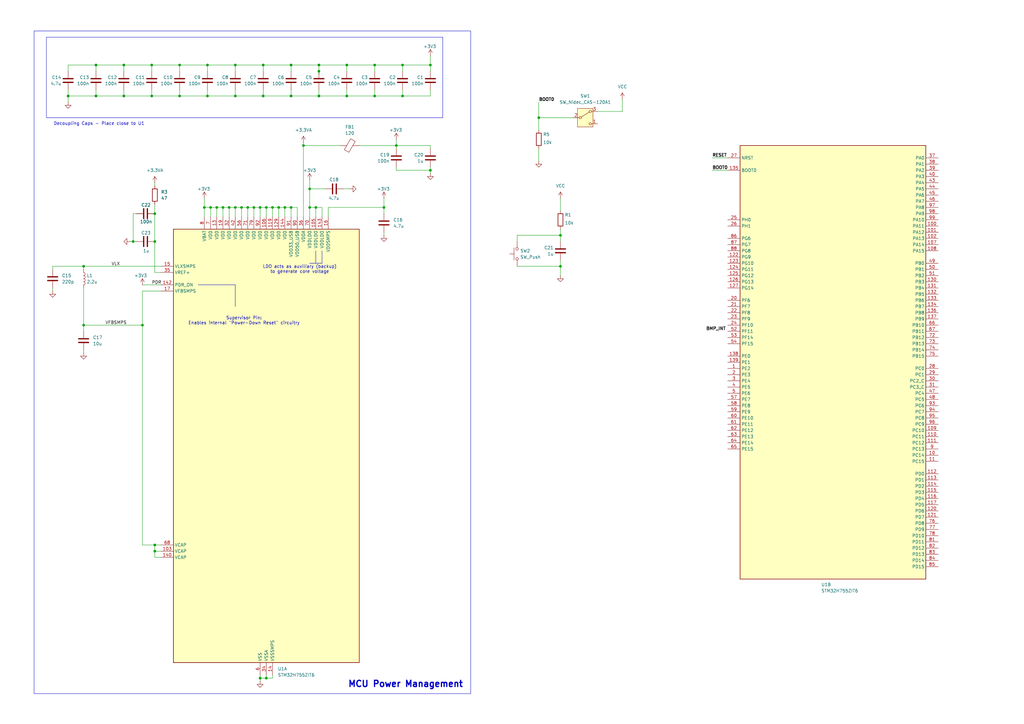
<source format=kicad_sch>
(kicad_sch (version 20250114) (generator "eeschema") (generator_version "9.0")
  (paper "A3")
  (lib_symbols
    (symbol "Device:C" (pin_numbers (hide yes)) (pin_names (offset 0.254))
      (property "Reference" "C" (at 0.635 2.54 0))
      (property "Value" "C" (at 0.635 -2.54 0))
      (symbol "C_0_1"
        (polyline (pts (xy -2.032 0.762) (xy 2.032 0.762)) (stroke (width 0.508)))
        (polyline (pts (xy -2.032 -0.762) (xy 2.032 -0.762)) (stroke (width 0.508)))
      )
      (symbol "C_1_1"
        (pin passive line (at 0 3.81 270) (length 2.794) (name "~") (number "1"))
        (pin passive line (at 0 -3.81 90) (length 2.794) (name "~") (number "2"))
      )
    )
    (symbol "Device:FerriteBead" (pin_numbers (hide yes)) (pin_names (offset 0))
      (property "Reference" "FB" (at -3.81 0.635 90))
      (property "Value" "FerriteBead" (at 3.81 0 90))
      (symbol "FerriteBead_0_1"
        (polyline (pts (xy -2.7686 0.4064) (xy -1.7018 2.2606) (xy 2.7686 -0.3048) (xy 1.6764 -2.159) (xy -2.7686 0.4064)))
        (polyline (pts (xy 0 1.27) (xy 0 1.2954)))
        (polyline (pts (xy 0 -1.27) (xy 0 -1.2192)))
      )
      (symbol "FerriteBead_1_1"
        (pin passive line (at 0 3.81 270) (length 2.54) (name "~") (number "1"))
        (pin passive line (at 0 -3.81 90) (length 2.54) (name "~") (number "2"))
      )
    )
    (symbol "Device:L" (pin_numbers (hide yes)) (pin_names (offset 1.016) (hide yes))
      (property "Reference" "L" (at -1.27 0 90))
      (property "Value" "L" (at 1.905 0 90))
      (symbol "L_0_1"
        (arc (start 0 2.54) (mid 0.6323 1.905) (end 0 1.27))
        (arc (start 0 1.27) (mid 0.6323 0.635) (end 0 0))
        (arc (start 0 0) (mid 0.6323 -0.635) (end 0 -1.27))
        (arc (start 0 -1.27) (mid 0.6323 -1.905) (end 0 -2.54))
      )
      (symbol "L_1_1"
        (pin passive line (at 0 3.81 270) (length 1.27) (name "1") (number "1"))
        (pin passive line (at 0 -3.81 90) (length 1.27) (name "2") (number "2"))
      )
    )
    (symbol "Device:R" (pin_numbers (hide yes)) (pin_names (offset 0))
      (property "Reference" "R" (at 2.032 0 90))
      (property "Value" "R" (at 0 0 90))
      (symbol "R_0_1"
        (rectangle (start -1.016 -2.54) (end 1.016 2.54) (stroke (width 0.254)))
      )
      (symbol "R_1_1"
        (pin passive line (at 0 3.81 270) (length 1.27) (name "~") (number "1"))
        (pin passive line (at 0 -3.81 90) (length 1.27) (name "~") (number "2"))
      )
    )
    (symbol "MCU_ST_STM32H7:STM32H755ZITx"
      (property "Reference" "U1" (at 4.6833 -91.44 0))
      (property "Value" "STM32H755ZIT6" (at 4.6833 -93.98 0))
      (symbol "STM32H755ZITx_0_1"
        (rectangle (start -38.1 88.9) (end 38.1 -88.9) (stroke (width 0.254)) (fill (type background)))
      )
      (symbol "STM32H755ZITx_1_1"
        (pin power_in line (at -43.18 73.66 0) (length 5.08) (name "VLXSMPS") (number "15"))
        (pin input line (at -43.18 71.12 0) (length 5.08) (name "VREF+") (number "35"))
        (pin input line (at -43.18 66.04 0) (length 5.08) (name "PDR_ON") (number "142"))
        (pin input line (at -43.18 63.5 0) (length 5.08) (name "VFBSMPS") (number "17"))
        (pin power_out line (at -43.18 -40.64 0) (length 5.08) (name "VCAP") (number "68"))
        (pin power_out line (at -43.18 -43.18 0) (length 5.08) (name "VCAP") (number "103"))
        (pin power_out line (at -43.18 -45.72 0) (length 5.08) (name "VCAP") (number "140"))
        (pin power_in line (at -25.4 93.98 270) (length 5.08) (name "VBAT") (number "8"))
        (pin power_in line (at -22.86 93.98 270) (length 5.08) (name "VDD") (number "7"))
        (pin power_in line (at -20.32 93.98 270) (length 5.08) (name "VDD") (number "13"))
        (pin power_in line (at -17.78 93.98 270) (length 5.08) (name "VDD") (number "19"))
        (pin power_in line (at -15.24 93.98 270) (length 5.08) (name "VDD") (number "32"))
        (pin power_in line (at -12.7 93.98 270) (length 5.08) (name "VDD") (number "42"))
        (pin power_in line (at -10.16 93.98 270) (length 5.08) (name "VDD") (number "56"))
        (pin power_in line (at -7.62 93.98 270) (length 5.08) (name "VDD") (number "71"))
        (pin power_in line (at -5.08 93.98 270) (length 5.08) (name "VDD") (number "79"))
        (pin power_in line (at -2.54 93.98 270) (length 5.08) (name "VDD") (number "92"))
        (pin passive line (at -2.54 -93.98 90) (length 5.08) (hide yes) (name "VSS") (number "104"))
        (pin passive line (at -2.54 -93.98 90) (length 5.08) (hide yes) (name "VSS") (number "118"))
        (pin passive line (at -2.54 -93.98 90) (length 5.08) (hide yes) (name "VSS") (number "12"))
        (pin passive line (at -2.54 -93.98 90) (length 5.08) (hide yes) (name "VSS") (number "128"))
        (pin passive line (at -2.54 -93.98 90) (length 5.08) (hide yes) (name "VSS") (number "141"))
        (pin passive line (at -2.54 -93.98 90) (length 5.08) (hide yes) (name "VSS") (number "18"))
        (pin passive line (at -2.54 -93.98 90) (length 5.08) (hide yes) (name "VSS") (number "33"))
        (pin passive line (at -2.54 -93.98 90) (length 5.08) (hide yes) (name "VSS") (number "41"))
        (pin passive line (at -2.54 -93.98 90) (length 5.08) (hide yes) (name "VSS") (number "55"))
        (pin power_in line (at -2.54 -93.98 90) (length 5.08) (name "VSS") (number "6"))
        (pin passive line (at -2.54 -93.98 90) (length 5.08) (hide yes) (name "VSS") (number "69"))
        (pin passive line (at -2.54 -93.98 90) (length 5.08) (hide yes) (name "VSS") (number "80"))
        (pin passive line (at -2.54 -93.98 90) (length 5.08) (hide yes) (name "VSS") (number "89"))
        (pin power_in line (at 0 93.98 270) (length 5.08) (name "VDD") (number "106"))
        (pin power_in line (at 0 -93.98 90) (length 5.08) (name "VSSA") (number "34"))
        (pin power_in line (at 2.54 93.98 270) (length 5.08) (name "VDD") (number "119"))
        (pin power_in line (at 2.54 -93.98 90) (length 5.08) (name "VSSSMPS") (number "14"))
        (pin power_in line (at 5.08 93.98 270) (length 5.08) (name "VDD") (number "129"))
        (pin power_in line (at 7.62 93.98 270) (length 5.08) (name "VDD") (number "144"))
        (pin power_in line (at 10.16 93.98 270) (length 5.08) (name "VDD33_USB") (number "91"))
        (pin power_in line (at 12.7 93.98 270) (length 5.08) (name "VDD50_USB") (number "90"))
        (pin power_in line (at 15.24 93.98 270) (length 5.08) (name "VDDA") (number "36"))
        (pin power_in line (at 17.78 93.98 270) (length 5.08) (name "VDDLDO") (number "70"))
        (pin power_in line (at 20.32 93.98 270) (length 5.08) (name "VDDLDO") (number "105"))
        (pin power_in line (at 22.86 93.98 270) (length 5.08) (name "VDDLDO") (number "143"))
        (pin power_in line (at 25.4 93.98 270) (length 5.08) (name "VDDSMPS") (number "16"))
      )
      (symbol "STM32H755ZITx_2_1"
        (pin input line (at -43.18 83.82 0) (length 5.08) (name "NRST") (number "27"))
        (pin input line (at -43.18 78.74 0) (length 5.08) (name "BOOT0") (number "135"))
        (pin bidirectional line (at -43.18 58.42 0) (length 5.08) (name "PH0") (number "25"))
        (pin bidirectional line (at -43.18 55.88 0) (length 5.08) (name "PH1") (number "26"))
        (pin bidirectional line (at -43.18 50.8 0) (length 5.08) (name "PG6") (number "86"))
        (pin bidirectional line (at -43.18 48.26 0) (length 5.08) (name "PG7") (number "87"))
        (pin bidirectional line (at -43.18 45.72 0) (length 5.08) (name "PG8") (number "88"))
        (pin bidirectional line (at -43.18 43.18 0) (length 5.08) (name "PG9") (number "122"))
        (pin bidirectional line (at -43.18 40.64 0) (length 5.08) (name "PG10") (number "123"))
        (pin bidirectional line (at -43.18 38.1 0) (length 5.08) (name "PG11") (number "124"))
        (pin bidirectional line (at -43.18 35.56 0) (length 5.08) (name "PG12") (number "125"))
        (pin bidirectional line (at -43.18 33.02 0) (length 5.08) (name "PG13") (number "126"))
        (pin bidirectional line (at -43.18 30.48 0) (length 5.08) (name "PG14") (number "127"))
        (pin bidirectional line (at -43.18 25.4 0) (length 5.08) (name "PF6") (number "20"))
        (pin bidirectional line (at -43.18 22.86 0) (length 5.08) (name "PF7") (number "21"))
        (pin bidirectional line (at -43.18 20.32 0) (length 5.08) (name "PF8") (number "22"))
        (pin bidirectional line (at -43.18 17.78 0) (length 5.08) (name "PF9") (number "23"))
        (pin bidirectional line (at -43.18 15.24 0) (length 5.08) (name "PF10") (number "24"))
        (pin bidirectional line (at -43.18 12.7 0) (length 5.08) (name "PF11") (number "52"))
        (pin bidirectional line (at -43.18 10.16 0) (length 5.08) (name "PF14") (number "53"))
        (pin bidirectional line (at -43.18 7.62 0) (length 5.08) (name "PF15") (number "54"))
        (pin bidirectional line (at -43.18 2.54 0) (length 5.08) (name "PE0") (number "138"))
        (pin bidirectional line (at -43.18 0 0) (length 5.08) (name "PE1") (number "139"))
        (pin bidirectional line (at -43.18 -2.54 0) (length 5.08) (name "PE2") (number "1"))
        (pin bidirectional line (at -43.18 -5.08 0) (length 5.08) (name "PE3") (number "2"))
        (pin bidirectional line (at -43.18 -7.62 0) (length 5.08) (name "PE4") (number "3"))
        (pin bidirectional line (at -43.18 -10.16 0) (length 5.08) (name "PE5") (number "4"))
        (pin bidirectional line (at -43.18 -12.7 0) (length 5.08) (name "PE6") (number "5"))
        (pin bidirectional line (at -43.18 -15.24 0) (length 5.08) (name "PE7") (number "57"))
        (pin bidirectional line (at -43.18 -17.78 0) (length 5.08) (name "PE8") (number "58"))
        (pin bidirectional line (at -43.18 -20.32 0) (length 5.08) (name "PE9") (number "59"))
        (pin bidirectional line (at -43.18 -22.86 0) (length 5.08) (name "PE10") (number "60"))
        (pin bidirectional line (at -43.18 -25.4 0) (length 5.08) (name "PE11") (number "61"))
        (pin bidirectional line (at -43.18 -27.94 0) (length 5.08) (name "PE12") (number "62"))
        (pin bidirectional line (at -43.18 -30.48 0) (length 5.08) (name "PE13") (number "63"))
        (pin bidirectional line (at -43.18 -33.02 0) (length 5.08) (name "PE14") (number "64"))
        (pin bidirectional line (at -43.18 -35.56 0) (length 5.08) (name "PE15") (number "65"))
        (pin bidirectional line (at 43.18 83.82 180) (length 5.08) (name "PA0") (number "37"))
        (pin bidirectional line (at 43.18 81.28 180) (length 5.08) (name "PA1") (number "38"))
        (pin bidirectional line (at 43.18 78.74 180) (length 5.08) (name "PA2") (number "39"))
        (pin bidirectional line (at 43.18 76.2 180) (length 5.08) (name "PA3") (number "40"))
        (pin bidirectional line (at 43.18 73.66 180) (length 5.08) (name "PA4") (number "43"))
        (pin bidirectional line (at 43.18 71.12 180) (length 5.08) (name "PA5") (number "44"))
        (pin bidirectional line (at 43.18 68.58 180) (length 5.08) (name "PA6") (number "45"))
        (pin bidirectional line (at 43.18 66.04 180) (length 5.08) (name "PA7") (number "46"))
        (pin bidirectional line (at 43.18 63.5 180) (length 5.08) (name "PA8") (number "97"))
        (pin bidirectional line (at 43.18 60.96 180) (length 5.08) (name "PA9") (number "98"))
        (pin bidirectional line (at 43.18 58.42 180) (length 5.08) (name "PA10") (number "99"))
        (pin bidirectional line (at 43.18 55.88 180) (length 5.08) (name "PA11") (number "100"))
        (pin bidirectional line (at 43.18 53.34 180) (length 5.08) (name "PA12") (number "101"))
        (pin bidirectional line (at 43.18 50.8 180) (length 5.08) (name "PA13") (number "102"))
        (pin bidirectional line (at 43.18 48.26 180) (length 5.08) (name "PA14") (number "107"))
        (pin bidirectional line (at 43.18 45.72 180) (length 5.08) (name "PA15") (number "108"))
        (pin bidirectional line (at 43.18 40.64 180) (length 5.08) (name "PB0") (number "49"))
        (pin bidirectional line (at 43.18 38.1 180) (length 5.08) (name "PB1") (number "50"))
        (pin bidirectional line (at 43.18 35.56 180) (length 5.08) (name "PB2") (number "51"))
        (pin bidirectional line (at 43.18 33.02 180) (length 5.08) (name "PB3") (number "130"))
        (pin bidirectional line (at 43.18 30.48 180) (length 5.08) (name "PB4") (number "131"))
        (pin bidirectional line (at 43.18 27.94 180) (length 5.08) (name "PB5") (number "132"))
        (pin bidirectional line (at 43.18 25.4 180) (length 5.08) (name "PB6") (number "133"))
        (pin bidirectional line (at 43.18 22.86 180) (length 5.08) (name "PB7") (number "134"))
        (pin bidirectional line (at 43.18 20.32 180) (length 5.08) (name "PB8") (number "136"))
        (pin bidirectional line (at 43.18 17.78 180) (length 5.08) (name "PB9") (number "137"))
        (pin bidirectional line (at 43.18 15.24 180) (length 5.08) (name "PB10") (number "66"))
        (pin bidirectional line (at 43.18 12.7 180) (length 5.08) (name "PB11") (number "67"))
        (pin bidirectional line (at 43.18 10.16 180) (length 5.08) (name "PB12") (number "72"))
        (pin bidirectional line (at 43.18 7.62 180) (length 5.08) (name "PB13") (number "73"))
        (pin bidirectional line (at 43.18 5.08 180) (length 5.08) (name "PB14") (number "74"))
        (pin bidirectional line (at 43.18 2.54 180) (length 5.08) (name "PB15") (number "75"))
        (pin bidirectional line (at 43.18 -2.54 180) (length 5.08) (name "PC0") (number "28"))
        (pin bidirectional line (at 43.18 -5.08 180) (length 5.08) (name "PC1") (number "29"))
        (pin bidirectional line (at 43.18 -7.62 180) (length 5.08) (name "PC2_C") (number "30"))
        (pin bidirectional line (at 43.18 -10.16 180) (length 5.08) (name "PC3_C") (number "31"))
        (pin bidirectional line (at 43.18 -12.7 180) (length 5.08) (name "PC4") (number "47"))
        (pin bidirectional line (at 43.18 -15.24 180) (length 5.08) (name "PC5") (number "48"))
        (pin bidirectional line (at 43.18 -17.78 180) (length 5.08) (name "PC6") (number "93"))
        (pin bidirectional line (at 43.18 -20.32 180) (length 5.08) (name "PC7") (number "94"))
        (pin bidirectional line (at 43.18 -22.86 180) (length 5.08) (name "PC8") (number "95"))
        (pin bidirectional line (at 43.18 -25.4 180) (length 5.08) (name "PC9") (number "96"))
        (pin bidirectional line (at 43.18 -27.94 180) (length 5.08) (name "PC10") (number "109"))
        (pin bidirectional line (at 43.18 -30.48 180) (length 5.08) (name "PC11") (number "110"))
        (pin bidirectional line (at 43.18 -33.02 180) (length 5.08) (name "PC12") (number "111"))
        (pin bidirectional line (at 43.18 -35.56 180) (length 5.08) (name "PC13") (number "9"))
        (pin bidirectional line (at 43.18 -38.1 180) (length 5.08) (name "PC14") (number "10"))
        (pin bidirectional line (at 43.18 -40.64 180) (length 5.08) (name "PC15") (number "11"))
        (pin bidirectional line (at 43.18 -45.72 180) (length 5.08) (name "PD0") (number "112"))
        (pin bidirectional line (at 43.18 -48.26 180) (length 5.08) (name "PD1") (number "113"))
        (pin bidirectional line (at 43.18 -50.8 180) (length 5.08) (name "PD2") (number "114"))
        (pin bidirectional line (at 43.18 -53.34 180) (length 5.08) (name "PD3") (number "115"))
        (pin bidirectional line (at 43.18 -55.88 180) (length 5.08) (name "PD4") (number "116"))
        (pin bidirectional line (at 43.18 -58.42 180) (length 5.08) (name "PD5") (number "117"))
        (pin bidirectional line (at 43.18 -60.96 180) (length 5.08) (name "PD6") (number "120"))
        (pin bidirectional line (at 43.18 -63.5 180) (length 5.08) (name "PD7") (number "121"))
        (pin bidirectional line (at 43.18 -66.04 180) (length 5.08) (name "PD8") (number "76"))
        (pin bidirectional line (at 43.18 -68.58 180) (length 5.08) (name "PD9") (number "77"))
        (pin bidirectional line (at 43.18 -71.12 180) (length 5.08) (name "PD10") (number "78"))
        (pin bidirectional line (at 43.18 -73.66 180) (length 5.08) (name "PD11") (number "81"))
        (pin bidirectional line (at 43.18 -76.2 180) (length 5.08) (name "PD12") (number "82"))
        (pin bidirectional line (at 43.18 -78.74 180) (length 5.08) (name "PD13") (number "83"))
        (pin bidirectional line (at 43.18 -81.28 180) (length 5.08) (name "PD14") (number "84"))
        (pin bidirectional line (at 43.18 -83.82 180) (length 5.08) (name "PD15") (number "85"))
      )
    )
    (symbol "Switch:SW_Nidec_CAS-120A1" (pin_names (offset 1) (hide yes))
      (property "Reference" "SW" (at 0 4.318 0))
      (property "Value" "SW_Nidec_CAS-120A1" (at 0 -5.08 0))
      (symbol "SW_Nidec_CAS-120A1_0_1"
        (circle (center -2.032 0) (radius 0.4572))
        (polyline (pts (xy -1.651 0.254) (xy 1.651 2.286)))
        (circle (center 2.032 2.54) (radius 0.4572))
        (circle (center 2.032 -2.54) (radius 0.4572))
      )
      (symbol "SW_Nidec_CAS-120A1_1_1"
        (rectangle (start -3.175 3.81) (end 3.175 -3.81) (fill (type background)))
        (pin passive line (at -5.08 0 0) (length 2.54) (name "B") (number "2"))
        (pin passive line (at 5.08 2.54 180) (length 2.54) (name "A") (number "3"))
        (pin passive line (at 5.08 -2.54 180) (length 2.54) (name "C") (number "1"))
      )
    )
    (symbol "Switch:SW_Push" (pin_numbers (hide yes)) (pin_names (offset 1.016) (hide yes))
      (property "Reference" "SW" (at 1.27 2.54 0))
      (property "Value" "SW_Push" (at 0 -1.524 0))
      (symbol "SW_Push_0_1"
        (circle (center -2.032 0) (radius 0.508))
        (polyline (pts (xy 0 1.27) (xy 0 3.048)))
        (circle (center 2.032 0) (radius 0.508))
        (polyline (pts (xy 2.54 1.27) (xy -2.54 1.27)))
        (pin passive line (at -5.08 0 0) (length 2.54) (name "1") (number "1"))
        (pin passive line (at 5.08 0 180) (length 2.54) (name "2") (number "2"))
      )
    )
    (symbol "power:+3.3VA" (power) (pin_numbers (hide yes)) (pin_names (offset 0) (hide yes))
      (property "Value" "+3.3VA" (at 0 3.556 0))
      (symbol "+3.3VA_0_1"
        (polyline (pts (xy -0.762 1.27) (xy 0 2.54)))
        (polyline (pts (xy 0 2.54) (xy 0.762 1.27)))
        (polyline (pts (xy 0 0) (xy 0 2.54)))
      )
      (symbol "+3.3VA_1_1"
        (pin power_in line (at 0 0 90) (length 0) (name "~") (number "1"))
      )
    )
    (symbol "power:+3V3" (power) (pin_numbers (hide yes)) (pin_names (offset 0) (hide yes))
      (property "Value" "+3V3" (at 0 3.556 0))
      (symbol "+3V3_0_1"
        (polyline (pts (xy -0.762 1.27) (xy 0 2.54)))
        (polyline (pts (xy 0 2.54) (xy 0.762 1.27)))
        (polyline (pts (xy 0 0) (xy 0 2.54)))
      )
      (symbol "+3V3_1_1"
        (pin power_in line (at 0 0 90) (length 0) (name "~") (number "1"))
      )
    )
    (symbol "power:GND" (power) (pin_numbers (hide yes)) (pin_names (offset 0) (hide yes))
      (property "Value" "GND" (at 0 -3.81 0))
      (symbol "GND_0_1"
        (polyline (pts (xy 0 0) (xy 0 -1.27) (xy 1.27 -1.27) (xy 0 -2.54) (xy -1.27 -1.27) (xy 0 -1.27)))
      )
      (symbol "GND_1_1"
        (pin power_in line (at 0 0 270) (length 0) (name "~") (number "1"))
      )
    )
    (symbol "power:VCC" (power) (pin_numbers (hide yes)) (pin_names (offset 0) (hide yes))
      (property "Value" "VCC" (at 0 3.556 0))
      (symbol "VCC_0_1"
        (polyline (pts (xy -0.762 1.27) (xy 0 2.54)))
        (polyline (pts (xy 0 2.54) (xy 0.762 1.27)))
        (polyline (pts (xy 0 0) (xy 0 2.54)))
      )
      (symbol "VCC_1_1"
        (pin power_in line (at 0 0 90) (length 0) (name "~") (number "1"))
      )
    )
  )
  (rectangle (start 19.05 15.24) (end 181.61 48.26))
  (rectangle (start 13.97 12.7) (end 193.04 284.48))
  (text "LDO acts as auxiliary (backup)\nto generate core voltage" (at 122.936 110.49 0) (effects (font (size 1.27 1.27))))
  (text "Supervisor Pin:\nEnables internal \"Power-Down Reset\" circuitry" (at 100.076 131.572 0) (effects (font (size 1.27 1.27))))
  (text "Decoupling Caps - Place close to U1" (at 40.64 50.8 0) (effects (font (size 1.27 1.27))))
  (text "MCU Power Management" (at 166.37 280.67 0) (effects (font (size 2.54 2.54) (thickness 0.508) (bold yes))))
  (junction (at 142.24 39.37))
  (junction (at 129.54 85.09))
  (junction (at 85.09 39.37))
  (junction (at 111.76 85.09))
  (junction (at 101.6 85.09))
  (junction (at 119.38 39.37))
  (junction (at 229.87 109.22))
  (junction (at 119.38 26.67))
  (junction (at 162.56 59.69))
  (junction (at 119.38 85.09))
  (junction (at 114.3 85.09))
  (junction (at 104.14 85.09))
  (junction (at 27.94 39.37))
  (junction (at 34.29 133.35))
  (junction (at 220.98 48.26))
  (junction (at 107.95 39.37))
  (junction (at 83.82 85.09))
  (junction (at 127 85.09))
  (junction (at 39.37 39.37))
  (junction (at 96.52 85.09))
  (junction (at 165.1 39.37))
  (junction (at 130.81 29.21))
  (junction (at 62.23 39.37))
  (junction (at 54.61 99.06))
  (junction (at 153.67 26.67))
  (junction (at 63.5 87.63))
  (junction (at 63.5 223.52))
  (junction (at 96.52 39.37))
  (junction (at 176.53 69.85))
  (junction (at 157.48 85.09))
  (junction (at 153.67 39.37))
  (junction (at 106.68 85.09))
  (junction (at 58.42 133.35))
  (junction (at 39.37 26.67))
  (junction (at 63.5 226.06))
  (junction (at 88.9 85.09))
  (junction (at 62.23 26.67))
  (junction (at 73.66 39.37))
  (junction (at 130.81 39.37))
  (junction (at 96.52 26.67))
  (junction (at 124.46 59.69))
  (junction (at 142.24 26.67))
  (junction (at 73.66 26.67))
  (junction (at 85.09 26.67))
  (junction (at 63.5 99.06))
  (junction (at 127 77.47))
  (junction (at 229.87 96.52))
  (junction (at 176.53 26.67))
  (junction (at 116.84 85.09))
  (junction (at 50.8 39.37))
  (junction (at 34.29 109.22))
  (junction (at 165.1 26.67))
  (junction (at 99.06 85.09))
  (junction (at 93.98 85.09))
  (junction (at 50.8 26.67))
  (junction (at 109.22 85.09))
  (junction (at 109.22 278.13))
  (junction (at 130.81 26.67))
  (junction (at 91.44 85.09))
  (junction (at 107.95 26.67))
  (junction (at 106.68 278.13))
  (junction (at 86.36 85.09))
  (wire (pts (xy 39.37 26.67) (xy 27.94 26.67)))
  (wire (pts (xy 127 85.09) (xy 127 88.9)))
  (wire (pts (xy 127 85.09) (xy 129.54 85.09)))
  (wire (pts (xy 63.5 226.06) (xy 63.5 228.6)))
  (wire (pts (xy 292.1 69.85) (xy 298.45 69.85)))
  (wire (pts (xy 63.5 223.52) (xy 63.5 226.06)))
  (wire (pts (xy 104.14 85.09) (xy 106.68 85.09)))
  (wire (pts (xy 34.29 118.11) (xy 34.29 133.35)))
  (wire (pts (xy 130.81 26.67) (xy 119.38 26.67)))
  (wire (pts (xy 39.37 39.37) (xy 50.8 39.37)))
  (wire (pts (xy 229.87 81.28) (xy 229.87 86.36)))
  (wire (pts (xy 106.68 278.13) (xy 106.68 279.4)))
  (wire (pts (xy 63.5 228.6) (xy 66.04 228.6)))
  (wire (pts (xy 34.29 133.35) (xy 34.29 135.89)))
  (wire (pts (xy 34.29 133.35) (xy 58.42 133.35)))
  (wire (pts (xy 220.98 48.26) (xy 220.98 41.91)))
  (wire (pts (xy 162.56 57.15) (xy 162.56 59.69)))
  (wire (pts (xy 62.23 36.83) (xy 62.23 39.37)))
  (wire (pts (xy 21.59 109.22) (xy 21.59 110.49)))
  (wire (pts (xy 255.27 40.64) (xy 255.27 45.72)))
  (polyline (pts (xy 96.52 125.73) (xy 96.52 116.84)))
  (wire (pts (xy 93.98 85.09) (xy 93.98 88.9)))
  (wire (pts (xy 96.52 85.09) (xy 99.06 85.09)))
  (wire (pts (xy 119.38 85.09) (xy 119.38 88.9)))
  (wire (pts (xy 153.67 26.67) (xy 142.24 26.67)))
  (wire (pts (xy 119.38 36.83) (xy 119.38 39.37)))
  (wire (pts (xy 101.6 85.09) (xy 104.14 85.09)))
  (wire (pts (xy 212.09 96.52) (xy 229.87 96.52)))
  (wire (pts (xy 130.81 39.37) (xy 142.24 39.37)))
  (wire (pts (xy 129.54 85.09) (xy 132.08 85.09)))
  (wire (pts (xy 229.87 93.98) (xy 229.87 96.52)))
  (wire (pts (xy 220.98 60.96) (xy 220.98 66.04)))
  (wire (pts (xy 34.29 109.22) (xy 34.29 110.49)))
  (wire (pts (xy 162.56 69.85) (xy 176.53 69.85)))
  (wire (pts (xy 124.46 59.69) (xy 124.46 88.9)))
  (wire (pts (xy 96.52 26.67) (xy 85.09 26.67)))
  (wire (pts (xy 39.37 26.67) (xy 39.37 29.21)))
  (wire (pts (xy 119.38 26.67) (xy 119.38 29.21)))
  (wire (pts (xy 229.87 106.68) (xy 229.87 109.22)))
  (polyline (pts (xy 81.28 116.84) (xy 96.52 116.84)))
  (wire (pts (xy 162.56 59.69) (xy 176.53 59.69)))
  (wire (pts (xy 50.8 36.83) (xy 50.8 39.37)))
  (wire (pts (xy 39.37 36.83) (xy 39.37 39.37)))
  (wire (pts (xy 85.09 36.83) (xy 85.09 39.37)))
  (wire (pts (xy 176.53 69.85) (xy 176.53 68.58)))
  (wire (pts (xy 58.42 133.35) (xy 58.42 119.38)))
  (wire (pts (xy 106.68 85.09) (xy 109.22 85.09)))
  (wire (pts (xy 130.81 29.21) (xy 130.81 30.48)))
  (wire (pts (xy 165.1 36.83) (xy 165.1 39.37)))
  (wire (pts (xy 83.82 81.28) (xy 83.82 85.09)))
  (polyline (pts (xy 132.08 102.87) (xy 132.08 107.95)))
  (wire (pts (xy 142.24 26.67) (xy 142.24 29.21)))
  (wire (pts (xy 130.81 36.83) (xy 130.81 39.37)))
  (wire (pts (xy 34.29 143.51) (xy 34.29 144.78)))
  (wire (pts (xy 153.67 26.67) (xy 153.67 29.21)))
  (wire (pts (xy 134.62 85.09) (xy 157.48 85.09)))
  (wire (pts (xy 85.09 39.37) (xy 96.52 39.37)))
  (wire (pts (xy 142.24 26.67) (xy 130.81 26.67)))
  (wire (pts (xy 88.9 85.09) (xy 88.9 88.9)))
  (wire (pts (xy 50.8 26.67) (xy 39.37 26.67)))
  (wire (pts (xy 63.5 87.63) (xy 63.5 99.06)))
  (wire (pts (xy 62.23 26.67) (xy 62.23 29.21)))
  (wire (pts (xy 109.22 85.09) (xy 111.76 85.09)))
  (wire (pts (xy 96.52 26.67) (xy 96.52 29.21)))
  (wire (pts (xy 73.66 26.67) (xy 62.23 26.67)))
  (wire (pts (xy 58.42 223.52) (xy 63.5 223.52)))
  (wire (pts (xy 162.56 59.69) (xy 162.56 60.96)))
  (wire (pts (xy 153.67 36.83) (xy 153.67 39.37)))
  (wire (pts (xy 27.94 36.83) (xy 27.94 39.37)))
  (wire (pts (xy 124.46 59.69) (xy 139.7 59.69)))
  (wire (pts (xy 107.95 26.67) (xy 96.52 26.67)))
  (wire (pts (xy 96.52 39.37) (xy 107.95 39.37)))
  (wire (pts (xy 106.68 85.09) (xy 106.68 88.9)))
  (wire (pts (xy 162.56 59.69) (xy 147.32 59.69)))
  (wire (pts (xy 21.59 118.11) (xy 21.59 119.38)))
  (wire (pts (xy 176.53 22.86) (xy 176.53 26.67)))
  (wire (pts (xy 91.44 85.09) (xy 93.98 85.09)))
  (wire (pts (xy 129.54 85.09) (xy 129.54 88.9)))
  (wire (pts (xy 255.27 45.72) (xy 245.11 45.72)))
  (wire (pts (xy 114.3 85.09) (xy 114.3 88.9)))
  (wire (pts (xy 130.81 26.67) (xy 130.81 29.21)))
  (wire (pts (xy 116.84 85.09) (xy 116.84 88.9)))
  (wire (pts (xy 162.56 68.58) (xy 162.56 69.85)))
  (wire (pts (xy 50.8 26.67) (xy 50.8 29.21)))
  (wire (pts (xy 132.08 85.09) (xy 132.08 88.9)))
  (wire (pts (xy 91.44 85.09) (xy 91.44 88.9)))
  (wire (pts (xy 153.67 39.37) (xy 165.1 39.37)))
  (wire (pts (xy 54.61 87.63) (xy 54.61 99.06)))
  (wire (pts (xy 55.88 87.63) (xy 54.61 87.63)))
  (wire (pts (xy 99.06 85.09) (xy 101.6 85.09)))
  (wire (pts (xy 119.38 39.37) (xy 130.81 39.37)))
  (wire (pts (xy 165.1 26.67) (xy 153.67 26.67)))
  (polyline (pts (xy 129.54 102.87) (xy 129.54 107.95)))
  (wire (pts (xy 63.5 111.76) (xy 66.04 111.76)))
  (wire (pts (xy 50.8 39.37) (xy 62.23 39.37)))
  (wire (pts (xy 176.53 26.67) (xy 176.53 29.21)))
  (wire (pts (xy 62.23 39.37) (xy 73.66 39.37)))
  (polyline (pts (xy 127 107.95) (xy 132.08 107.95)))
  (wire (pts (xy 111.76 85.09) (xy 111.76 88.9)))
  (wire (pts (xy 66.04 223.52) (xy 63.5 223.52)))
  (wire (pts (xy 107.95 39.37) (xy 119.38 39.37)))
  (wire (pts (xy 176.53 69.85) (xy 176.53 71.12)))
  (wire (pts (xy 127 73.66) (xy 127 77.47)))
  (wire (pts (xy 63.5 226.06) (xy 66.04 226.06)))
  (wire (pts (xy 34.29 109.22) (xy 21.59 109.22)))
  (wire (pts (xy 165.1 39.37) (xy 176.53 39.37)))
  (wire (pts (xy 73.66 39.37) (xy 85.09 39.37)))
  (wire (pts (xy 111.76 278.13) (xy 111.76 276.86)))
  (wire (pts (xy 109.22 278.13) (xy 111.76 278.13)))
  (wire (pts (xy 157.48 85.09) (xy 157.48 87.63)))
  (wire (pts (xy 83.82 85.09) (xy 83.82 88.9)))
  (wire (pts (xy 83.82 85.09) (xy 86.36 85.09)))
  (wire (pts (xy 58.42 119.38) (xy 66.04 119.38)))
  (wire (pts (xy 157.48 81.28) (xy 157.48 85.09)))
  (wire (pts (xy 107.95 36.83) (xy 107.95 39.37)))
  (wire (pts (xy 106.68 276.86) (xy 106.68 278.13)))
  (wire (pts (xy 114.3 85.09) (xy 116.84 85.09)))
  (wire (pts (xy 124.46 58.42) (xy 124.46 59.69)))
  (wire (pts (xy 157.48 95.25) (xy 157.48 96.52)))
  (wire (pts (xy 229.87 109.22) (xy 229.87 113.03)))
  (wire (pts (xy 292.1 64.77) (xy 298.45 64.77)))
  (wire (pts (xy 220.98 48.26) (xy 220.98 53.34)))
  (wire (pts (xy 96.52 36.83) (xy 96.52 39.37)))
  (wire (pts (xy 96.52 85.09) (xy 96.52 88.9)))
  (wire (pts (xy 109.22 276.86) (xy 109.22 278.13)))
  (wire (pts (xy 104.14 85.09) (xy 104.14 88.9)))
  (wire (pts (xy 73.66 36.83) (xy 73.66 39.37)))
  (wire (pts (xy 109.22 85.09) (xy 109.22 88.9)))
  (wire (pts (xy 116.84 85.09) (xy 119.38 85.09)))
  (wire (pts (xy 121.92 85.09) (xy 121.92 88.9)))
  (wire (pts (xy 140.97 77.47) (xy 143.51 77.47)))
  (wire (pts (xy 111.76 85.09) (xy 114.3 85.09)))
  (wire (pts (xy 27.94 26.67) (xy 27.94 29.21)))
  (wire (pts (xy 63.5 83.82) (xy 63.5 87.63)))
  (wire (pts (xy 176.53 36.83) (xy 176.53 39.37)))
  (wire (pts (xy 106.68 278.13) (xy 109.22 278.13)))
  (wire (pts (xy 101.6 85.09) (xy 101.6 88.9)))
  (wire (pts (xy 119.38 85.09) (xy 121.92 85.09)))
  (wire (pts (xy 34.29 109.22) (xy 66.04 109.22)))
  (wire (pts (xy 176.53 59.69) (xy 176.53 60.96)))
  (wire (pts (xy 85.09 26.67) (xy 73.66 26.67)))
  (wire (pts (xy 54.61 99.06) (xy 55.88 99.06)))
  (wire (pts (xy 86.36 85.09) (xy 86.36 88.9)))
  (wire (pts (xy 229.87 96.52) (xy 229.87 99.06)))
  (wire (pts (xy 176.53 26.67) (xy 165.1 26.67)))
  (wire (pts (xy 27.94 41.91) (xy 27.94 39.37)))
  (wire (pts (xy 63.5 99.06) (xy 63.5 111.76)))
  (wire (pts (xy 88.9 85.09) (xy 91.44 85.09)))
  (wire (pts (xy 134.62 85.09) (xy 134.62 88.9)))
  (wire (pts (xy 212.09 99.06) (xy 212.09 96.52)))
  (wire (pts (xy 234.95 48.26) (xy 220.98 48.26)))
  (wire (pts (xy 58.42 133.35) (xy 58.42 223.52)))
  (wire (pts (xy 165.1 26.67) (xy 165.1 29.21)))
  (wire (pts (xy 99.06 85.09) (xy 99.06 88.9)))
  (wire (pts (xy 86.36 85.09) (xy 88.9 85.09)))
  (wire (pts (xy 119.38 26.67) (xy 107.95 26.67)))
  (wire (pts (xy 212.09 109.22) (xy 229.87 109.22)))
  (wire (pts (xy 73.66 26.67) (xy 73.66 29.21)))
  (wire (pts (xy 127 77.47) (xy 127 85.09)))
  (wire (pts (xy 54.61 99.06) (xy 53.34 99.06)))
  (wire (pts (xy 142.24 36.83) (xy 142.24 39.37)))
  (wire (pts (xy 127 77.47) (xy 133.35 77.47)))
  (wire (pts (xy 58.42 116.84) (xy 66.04 116.84)))
  (wire (pts (xy 93.98 85.09) (xy 96.52 85.09)))
  (wire (pts (xy 62.23 26.67) (xy 50.8 26.67)))
  (wire (pts (xy 27.94 39.37) (xy 39.37 39.37)))
  (wire (pts (xy 85.09 26.67) (xy 85.09 29.21)))
  (wire (pts (xy 142.24 39.37) (xy 153.67 39.37)))
  (wire (pts (xy 63.5 74.93) (xy 63.5 76.2)))
  (wire (pts (xy 107.95 26.67) (xy 107.95 29.21)))
  (label "VFBSMPS" (at 43.18 133.35 0))
  (label "VLX" (at 45.72 109.22 0))
  (label "BOOT0" (at 292.1 69.85 0) (effects (font (thickness 0.254) (bold yes))))
  (label "RESET" (at 292.1 64.77 0) (effects (font (thickness 0.254) (bold yes))))
  (label "BMP_INT" (at 289.56 135.89 0) (effects (font (thickness 0.254) (bold yes))))
  (label "PDR" (at 62.23 116.84 0))
  (label "BOOT0" (at 220.98 41.91 0) (effects (font (thickness 0.254) (bold yes))))
  (symbol (lib_id "Device:C") (at 59.69 99.06 270) (mirror x) (unit 1)
    (property "Reference" "C23" (at 57.912 95.504 90) (effects (justify left)))
    (property "Value" "1u" (at 58.674 102.87 90) (effects (justify left)))
    (property "Description" "Unpolarized capacitor" (effects (hide yes)))
  )
  (symbol (lib_id "Device:C") (at 96.52 33.02 0) (mirror y) (unit 1)
    (property "Reference" "C8" (at 93.726 31.75 0) (effects (justify left)))
    (property "Value" "100n" (at 93.726 34.29 0) (effects (justify left)))
    (property "Description" "Unpolarized capacitor" (effects (hide yes)))
  )
  (symbol (lib_id "Device:C") (at 27.94 33.02 0) (mirror y) (unit 1)
    (property "Reference" "C14" (at 25.146 31.75 0) (effects (justify left)))
    (property "Value" "4.7u" (at 25.146 34.29 0) (effects (justify left)))
    (property "Description" "Unpolarized capacitor" (effects (hide yes)))
  )
  (symbol (lib_id "Device:R") (at 229.87 90.17 0) (unit 1)
    (property "Reference" "R1" (at 231.648 88.138 0) (effects (justify left)))
    (property "Value" "10k" (at 231.648 91.44 0) (effects (justify left)))
    (property "Description" "Resistor" (effects (hide yes)))
  )
  (symbol (lib_id "Device:C") (at 50.8 33.02 0) (mirror y) (unit 1)
    (property "Reference" "C12" (at 48.006 31.75 0) (effects (justify left)))
    (property "Value" "100n" (at 48.006 34.29 0) (effects (justify left)))
    (property "Description" "Unpolarized capacitor" (effects (hide yes)))
  )
  (symbol (lib_id "Device:C") (at 73.66 33.02 0) (mirror y) (unit 1)
    (property "Reference" "C10" (at 70.866 31.75 0) (effects (justify left)))
    (property "Value" "100n" (at 70.866 34.29 0) (effects (justify left)))
    (property "Description" "Unpolarized capacitor" (effects (hide yes)))
  )
  (symbol (lib_id "power:GND") (at 143.51 77.47 90) (unit 1)
    (property "Reference" "#PWR011" (effects (hide yes)))
    (property "Value" "GND" (effects (hide yes)))
    (property "Description" "Power symbol creates a global label with name \"GND\" , ground" (effects (hide yes)))
  )
  (symbol (lib_id "power:+3.3VA") (at 63.5 74.93 0) (unit 1)
    (property "Reference" "#PWR016" (effects (hide yes)))
    (property "Value" "+3.3VA" (at 63.5 69.85 0))
    (property "Description" "Power symbol creates a global label with name \"+3.3VA\"" (effects (hide yes)))
  )
  (symbol (lib_id "Device:C") (at 59.69 87.63 270) (mirror x) (unit 1)
    (property "Reference" "C22" (at 57.912 84.074 90) (effects (justify left)))
    (property "Value" "100n" (at 57.404 90.932 90) (effects (justify left)))
    (property "Description" "Unpolarized capacitor" (effects (hide yes)))
  )
  (symbol (lib_id "power:VCC") (at 255.27 40.64 0) (unit 1)
    (property "Reference" "#PWR025" (effects (hide yes)))
    (property "Value" "VCC" (at 255.27 35.56 0))
    (property "Description" "Power symbol creates a global label with name \"VCC\"" (effects (hide yes)))
  )
  (symbol (lib_id "Device:C") (at 85.09 33.02 0) (mirror y) (unit 1)
    (property "Reference" "C9" (at 82.296 31.75 0) (effects (justify left)))
    (property "Value" "100n" (at 82.296 34.29 0) (effects (justify left)))
    (property "Description" "Unpolarized capacitor" (effects (hide yes)))
  )
  (symbol (lib_id "Device:C") (at 137.16 77.47 90) (mirror x) (unit 1)
    (property "Reference" "C18" (at 138.938 73.66 90) (effects (justify left)))
    (property "Value" "4.7u" (at 139.192 81.28 90) (effects (justify left)))
    (property "Description" "Unpolarized capacitor" (effects (hide yes)))
    (property "ESR" "100mΩ" (effects (hide yes)))
  )
  (symbol (lib_id "power:GND") (at 21.59 119.38 0) (unit 1)
    (property "Reference" "#PWR05" (effects (hide yes)))
    (property "Value" "GND" (effects (hide yes)))
    (property "Description" "Power symbol creates a global label with name \"GND\" , ground" (effects (hide yes)))
  )
  (symbol (lib_id "power:GND") (at 53.34 99.06 270) (unit 1)
    (property "Reference" "#PWR020" (effects (hide yes)))
    (property "Value" "GND" (effects (hide yes)))
    (property "Description" "Power symbol creates a global label with name \"GND\" , ground" (effects (hide yes)))
  )
  (symbol (lib_id "power:GND") (at 27.94 41.91 0) (unit 1)
    (property "Reference" "#PWR06" (effects (hide yes)))
    (property "Value" "GND" (effects (hide yes)))
    (property "Description" "Power symbol creates a global label with name \"GND\" , ground" (effects (hide yes)))
  )
  (symbol (lib_id "Device:C") (at 176.53 33.02 0) (mirror y) (unit 1)
    (property "Reference" "C1" (at 173.736 31.75 0) (effects (justify left)))
    (property "Value" "100n" (at 173.736 34.29 0) (effects (justify left)))
    (property "Description" "Unpolarized capacitor" (effects (hide yes)))
  )
  (symbol (lib_id "power:GND") (at 34.29 144.78 0) (unit 1)
    (property "Reference" "#PWR07" (effects (hide yes)))
    (property "Value" "GND" (effects (hide yes)))
    (property "Description" "Power symbol creates a global label with name \"GND\" , ground" (effects (hide yes)))
  )
  (symbol (lib_id "Device:C") (at 162.56 64.77 0) (mirror y) (unit 1)
    (property "Reference" "C19" (at 159.766 63.5 0) (effects (justify left)))
    (property "Value" "100n" (at 159.766 66.04 0) (effects (justify left)))
    (property "Description" "Unpolarized capacitor" (effects (hide yes)))
  )
  (symbol (lib_id "Device:C") (at 229.87 102.87 0) (mirror y) (unit 1)
    (property "Reference" "C21" (at 227.076 101.6 0) (effects (justify left)))
    (property "Value" "1u" (at 227.076 104.14 0) (effects (justify left)))
    (property "Description" "Unpolarized capacitor" (effects (hide yes)))
  )
  (symbol (lib_id "MCU_ST_STM32H7:STM32H755ZITx") (at 109.22 182.88 0) (unit 1)
    (property "Reference" "U1" (at 113.9033 274.32 0) (effects (justify left)))
    (property "Value" "STM32H755ZIT6" (at 113.9033 276.86 0) (effects (justify left)))
    (property "Footprint" "Package_QFP:LQFP-144_20x20mm_P0.5mm" (effects (hide yes)))
    (property "Datasheet" "https://www.st.com/resource/en/datasheet/stm32h755zi.pdf" (effects (hide yes)))
    (property "Description" "STMicroelectronics Arm Cortex-M7 MCU, 2048KB flash, 1024KB RAM, 480 MHz, 1.62-3.6V, 99 GPIO, LQFP144" (effects (hide yes)))
  )
  (symbol (lib_id "Device:C") (at 39.37 33.02 0) (mirror y) (unit 1)
    (property "Reference" "C13" (at 36.576 31.75 0) (effects (justify left)))
    (property "Value" "100n" (at 36.576 34.29 0) (effects (justify left)))
    (property "Description" "Unpolarized capacitor" (effects (hide yes)))
  )
  (symbol (lib_id "power:+3V3") (at 83.82 81.28 0) (unit 1)
    (property "Reference" "#PWR02" (effects (hide yes)))
    (property "Value" "+3V3" (at 83.566 77.47 0))
    (property "Description" "Power symbol creates a global label with name \"+3V3\"" (effects (hide yes)))
  )
  (symbol (lib_id "Device:C") (at 142.24 33.02 0) (mirror y) (unit 1)
    (property "Reference" "C4" (at 139.446 31.75 0) (effects (justify left)))
    (property "Value" "100n" (at 139.446 34.29 0) (effects (justify left)))
    (property "Description" "Unpolarized capacitor" (effects (hide yes)))
  )
  (symbol (lib_id "MCU_ST_STM32H7:STM32H755ZITx") (at 341.63 148.59 0) (unit 2)
    (property "Reference" "U1" (at 336.804 239.776 0) (effects (justify left)))
    (property "Value" "STM32H755ZIT6" (at 336.804 242.316 0) (effects (justify left)))
    (property "Footprint" "Package_QFP:LQFP-144_20x20mm_P0.5mm" (effects (hide yes)))
    (property "Datasheet" "https://www.st.com/resource/en/datasheet/stm32h755zi.pdf" (effects (hide yes)))
    (property "Description" "STMicroelectronics Arm Cortex-M7 MCU, 2048KB flash, 1024KB RAM, 480 MHz, 1.62-3.6V, 99 GPIO, LQFP144" (effects (hide yes)))
  )
  (symbol (lib_id "power:+3V3") (at 127 73.66 0) (unit 1)
    (property "Reference" "#PWR010" (effects (hide yes)))
    (property "Value" "+3V3" (at 127 69.85 0))
    (property "Description" "Power symbol creates a global label with name \"+3V3\"" (effects (hide yes)))
  )
  (symbol (lib_id "power:GND") (at 157.48 96.52 0) (unit 1)
    (property "Reference" "#PWR09" (effects (hide yes)))
    (property "Value" "GND" (effects (hide yes)))
    (property "Description" "Power symbol creates a global label with name \"GND\" , ground" (effects (hide yes)))
  )
  (symbol (lib_id "Device:C") (at 62.23 33.02 0) (mirror y) (unit 1)
    (property "Reference" "C11" (at 59.436 31.75 0) (effects (justify left)))
    (property "Value" "100n" (at 59.436 34.29 0) (effects (justify left)))
    (property "Description" "Unpolarized capacitor" (effects (hide yes)))
  )
  (symbol (lib_id "power:GND") (at 106.68 279.4 0) (unit 1)
    (property "Reference" "#PWR01" (effects (hide yes)))
    (property "Value" "GND" (effects (hide yes)))
    (property "Description" "Power symbol creates a global label with name \"GND\" , ground" (effects (hide yes)))
  )
  (symbol (lib_id "power:+3V3") (at 157.48 81.28 0) (unit 1)
    (property "Reference" "#PWR012" (effects (hide yes)))
    (property "Value" "+3V3" (at 157.226 77.47 0))
    (property "Description" "Power symbol creates a global label with name \"+3V3\"" (effects (hide yes)))
  )
  (symbol (lib_id "power:VCC") (at 229.87 81.28 0) (unit 1)
    (property "Reference" "#PWR017" (effects (hide yes)))
    (property "Value" "VCC" (at 229.87 76.2 0))
    (property "Description" "Power symbol creates a global label with name \"VCC\"" (effects (hide yes)))
  )
  (symbol (lib_id "power:+3V3") (at 176.53 22.86 0) (unit 1)
    (property "Reference" "#PWR03" (effects (hide yes)))
    (property "Value" "+3V3" (at 176.276 19.05 0))
    (property "Description" "Power symbol creates a global label with name \"+3V3\"" (effects (hide yes)))
  )
  (symbol (lib_id "Device:C") (at 119.38 33.02 0) (mirror y) (unit 1)
    (property "Reference" "C6" (at 116.586 31.75 0) (effects (justify left)))
    (property "Value" "100n" (at 116.586 34.29 0) (effects (justify left)))
    (property "Description" "Unpolarized capacitor" (effects (hide yes)))
  )
  (symbol (lib_id "Device:R") (at 220.98 57.15 0) (unit 1)
    (property "Reference" "R5" (at 222.758 55.118 0) (effects (justify left)))
    (property "Value" "10k" (at 222.758 58.42 0) (effects (justify left)))
    (property "Description" "Resistor" (effects (hide yes)))
  )
  (symbol (lib_id "Device:C") (at 130.81 33.02 0) (mirror y) (unit 1)
    (property "Reference" "C5" (at 128.016 31.75 0) (effects (justify left)))
    (property "Value" "100n" (at 128.016 34.29 0) (effects (justify left)))
    (property "Description" "Unpolarized capacitor" (effects (hide yes)))
  )
  (symbol (lib_id "power:GND") (at 229.87 113.03 0) (unit 1)
    (property "Reference" "#PWR018" (effects (hide yes)))
    (property "Value" "GND" (effects (hide yes)))
    (property "Description" "Power symbol creates a global label with name \"GND\" , ground" (effects (hide yes)))
  )
  (symbol (lib_id "Device:C") (at 21.59 114.3 0) (unit 1)
    (property "Reference" "C15" (at 25.4 113.0299 0) (effects (justify left)))
    (property "Value" "220p" (at 25.4 115.5699 0) (effects (justify left)))
    (property "Description" "Unpolarized capacitor" (effects (hide yes)))
  )
  (symbol (lib_id "power:GND") (at 220.98 66.04 0) (unit 1)
    (property "Reference" "#PWR026" (effects (hide yes)))
    (property "Value" "GND" (effects (hide yes)))
    (property "Description" "Power symbol creates a global label with name \"GND\" , ground" (effects (hide yes)))
  )
  (symbol (lib_id "Device:C") (at 107.95 33.02 0) (mirror y) (unit 1)
    (property "Reference" "C7" (at 105.156 31.75 0) (effects (justify left)))
    (property "Value" "100n" (at 105.156 34.29 0) (effects (justify left)))
    (property "Description" "Unpolarized capacitor" (effects (hide yes)))
  )
  (symbol (lib_id "Device:R") (at 63.5 80.01 0) (unit 1)
    (property "Reference" "R3" (at 66.04 78.7399 0) (effects (justify left)))
    (property "Value" "47" (at 66.04 81.2799 0) (effects (justify left)))
    (property "Description" "Resistor" (effects (hide yes)))
  )
  (symbol (lib_id "Device:FerriteBead") (at 143.51 59.69 90) (unit 1)
    (property "Reference" "FB1" (at 143.4592 52.07 90))
    (property "Value" "120" (at 143.4592 54.61 90))
    (property "Description" "Ferrite bead" (effects (hide yes)))
  )
  (symbol (lib_id "Switch:SW_Push") (at 212.09 104.14 90) (unit 1)
    (property "Reference" "SW2" (at 213.36 102.8699 90) (effects (justify right)))
    (property "Value" "SW_Push" (at 213.36 105.4099 90) (effects (justify right)))
    (property "Description" "Push button switch, generic, two pins" (effects (hide yes)))
  )
  (symbol (lib_id "power:+3V3") (at 162.56 57.15 0) (unit 1)
    (property "Reference" "#PWR014" (effects (hide yes)))
    (property "Value" "+3V3" (at 162.306 53.34 0))
    (property "Description" "Power symbol creates a global label with name \"+3V3\"" (effects (hide yes)))
  )
  (symbol (lib_id "power:+3.3VA") (at 124.46 58.42 0) (unit 1)
    (property "Reference" "#PWR013" (effects (hide yes)))
    (property "Value" "+3.3VA" (at 124.46 53.34 0))
    (property "Description" "Power symbol creates a global label with name \"+3.3VA\"" (effects (hide yes)))
  )
  (symbol (lib_id "Device:C") (at 34.29 139.7 0) (unit 1)
    (property "Reference" "C17" (at 38.1 138.4299 0) (effects (justify left)))
    (property "Value" "10u" (at 38.1 140.9699 0) (effects (justify left)))
    (property "Description" "Unpolarized capacitor" (effects (hide yes)))
    (property "ESR" "20mΩ" (effects (hide yes)))
  )
  (symbol (lib_id "Switch:SW_Nidec_CAS-120A1") (at 240.03 48.26 0) (unit 1)
    (property "Reference" "SW1" (at 240.03 39.37 0))
    (property "Value" "SW_Nidec_CAS-120A1" (at 240.03 41.91 0))
    (property "Footprint" "Button_Switch_SMD:Nidec_Copal_CAS-120A" (effects (hide yes)))
    (property "Datasheet" "https://www.nidec-components.com/e/catalog/switch/cas.pdf" (effects (hide yes)))
    (property "Description" "Switch, single pole double throw" (effects (hide yes)))
  )
  (symbol (lib_id "Device:L") (at 34.29 114.3 0) (unit 1)
    (property "Reference" "L1" (at 35.56 113.0299 0) (effects (justify left)))
    (property "Value" "2.2u" (at 35.56 115.5699 0) (effects (justify left)))
    (property "Description" "Inductor" (effects (hide yes)))
  )
  (symbol (lib_id "Device:C") (at 176.53 64.77 0) (mirror y) (unit 1)
    (property "Reference" "C20" (at 173.736 63.5 0) (effects (justify left)))
    (property "Value" "1u" (at 173.736 66.04 0) (effects (justify left)))
    (property "Description" "Unpolarized capacitor" (effects (hide yes)))
  )
  (symbol (lib_id "Device:C") (at 153.67 33.02 0) (mirror y) (unit 1)
    (property "Reference" "C3" (at 150.876 31.75 0) (effects (justify left)))
    (property "Value" "100n" (at 150.876 34.29 0) (effects (justify left)))
    (property "Description" "Unpolarized capacitor" (effects (hide yes)))
  )
  (symbol (lib_id "Device:C") (at 157.48 91.44 0) (unit 1)
    (property "Reference" "C16" (at 161.29 90.1699 0) (effects (justify left)))
    (property "Value" "4.7u" (at 161.29 92.7099 0) (effects (justify left)))
    (property "Description" "Unpolarized capacitor" (effects (hide yes)))
    (property "ESR" "20mΩ" (effects (hide yes)))
  )
  (symbol (lib_id "Device:C") (at 165.1 33.02 0) (mirror y) (unit 1)
    (property "Reference" "C2" (at 162.306 31.75 0) (effects (justify left)))
    (property "Value" "100n" (at 162.306 34.29 0) (effects (justify left)))
    (property "Description" "Unpolarized capacitor" (effects (hide yes)))
  )
  (symbol (lib_id "power:+3V3") (at 58.42 116.84 0) (unit 1)
    (property "Reference" "#PWR04" (effects (hide yes)))
    (property "Value" "+3V3" (at 57.658 113.03 0))
    (property "Description" "Power symbol creates a global label with name \"+3V3\"" (effects (hide yes)))
  )
  (symbol (lib_id "power:GND") (at 176.53 71.12 0) (unit 1)
    (property "Reference" "#PWR015" (effects (hide yes)))
    (property "Value" "GND" (effects (hide yes)))
    (property "Description" "Power symbol creates a global label with name \"GND\" , ground" (effects (hide yes)))
  )
)
</source>
